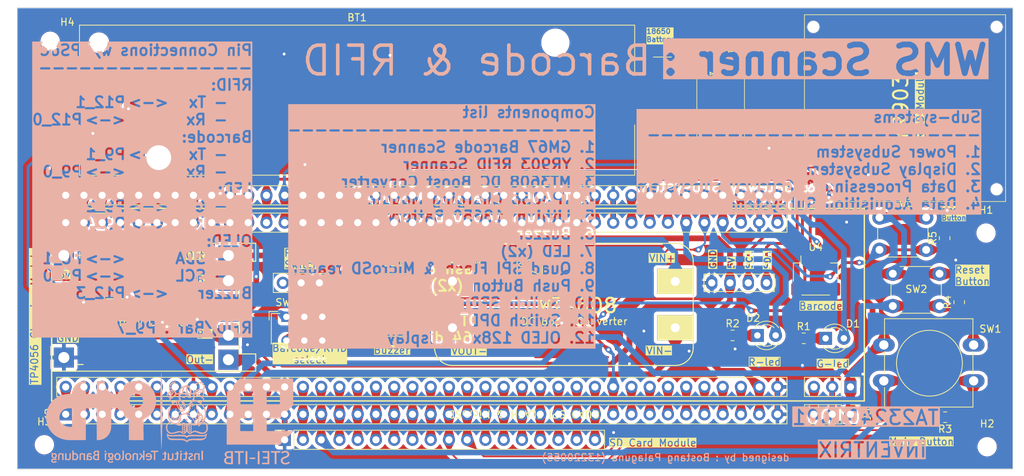
<source format=kicad_pcb>
(kicad_pcb (version 20221018) (generator pcbnew)
  (layers (0 "F.Cu" signal) (31 "B.Cu" signal) (34 "B.Paste" user) (35 "F.Paste" user) (36 "B.SilkS" user "B.Silkscreen") (37 "F.SilkS" user "F.Silkscreen") (38 "B.Mask" user) (39 "F.Mask" user) (44 "Edge.Cuts" user))
  (net 0 "")
  (net 1 "GND")
  (net 2 "+5V")
  (net 3 "P6_0")
  (net 4 "P6_1")
  (net 5 "P12_3")
  (net 6 "Net-(D1-K)")
  (net 7 "P9_2")
  (net 8 "Net-(D2-K)")
  (net 9 "P9_4")
  (net 10 "P5_0")
  (net 11 "P5_1")
  (net 12 "P5_2")
  (net 13 "P5_3")
  (net 14 "P5_4")
  (net 15 "P5_5")
  (net 16 "P5_6")
  (net 17 "P5_7")
  (net 18 "VTARG")
  (net 19 "VDD_USB")
  (net 20 "P6_2")
  (net 21 "P6_4")
  (net 22 "P6_5")
  (net 23 "P6_VDD")
  (net 24 "P9_0")
  (net 25 "P9_5")
  (net 26 "P9_3")
  (net 27 "P8_5")
  (net 28 "P8_2")
  (net 29 "P1_0")
  (net 30 "P6_3")
  (net 31 "P8_1")
  (net 32 "P8_6")
  (net 33 "P8_4")
  (net 34 "P8_3")
  (net 35 "P8_7")
  (net 36 "P8_0")
  (net 37 "P9_1")
  (net 38 "P9_7")
  (net 39 "P9_6")
  (net 40 "VBACKUP")
  (net 41 "VREF")
  (net 42 "B.TX")
  (net 43 "B.RTS")
  (net 44 "B.CTS")
  (net 45 "B.RX")
  (net 46 "P6_6")
  (net 47 "P6_7")
  (net 48 "XRES")
  (net 49 "P0_4")
  (net 50 "P13_6")
  (net 51 "P13_7")
  (net 52 "P13_5")
  (net 53 "P13_4")
  (net 54 "P13_0")
  (net 55 "P13_3")
  (net 56 "P13_2")
  (net 57 "P13_1")
  (net 58 "VDDIO_0")
  (net 59 "P12_4")
  (net 60 "P12_1")
  (net 61 "P12_0")
  (net 62 "P12_5")
  (net 63 "P11_6")
  (net 64 "P11_5")
  (net 65 "P11_7")
  (net 66 "P11_2")
  (net 67 "P11_3")
  (net 68 "P11_4")
  (net 69 "P0_5")
  (net 70 "P10_5")
  (net 71 "P10_1")
  (net 72 "P10_2")
  (net 73 "P10_4")
  (net 74 "P10_3")
  (net 75 "P10_0")
  (net 76 "+3V3")
  (net 77 "/Subsistem Power/BAT+")
  (net 78 "/Subsistem Power/BAT-")
  (net 79 "/POWER_RFID")
  (net 80 "/POWER_BARCODE")
  (net 81 "/Subsistem Power/PWR_SWITCH_OUT")
  (net 82 "/Subsistem Power/TP4056_OUT+")
  (net 94 "+5VA")
  (net 95 "/Subsistem Power/TP4056_OUT-")
  (footprint "Button_Switch_THT:SW_CuK_JS202011AQN_DPDT_Angled" (layer "F.Cu") (at 105.8964 94.8964)
    (fp_text reference "SW5")
    (fp_text value "SW_Push_DPDT")
  )
  (footprint "Resistor_SMD:R_0805_2012Metric" (layer "F.Cu") (at 177.9035 97.8916)
    (fp_text reference "R1")
    (fp_text value "150")
  )
  (footprint "Button_Switch_THT:SW_PUSH_6mm_H9.5mm" (layer "F.Cu") (at 190.2992 88.8958)
    (fp_text reference "SW2")
    (fp_text value "SW_Push_Open")
  )
  (footprint "WMS_components:MT3608_module_v2" (layer "F.Cu") (at 146.02 93.166)
    (fp_text reference "U3" hide)
    (fp_text value "~")
  )
  (footprint "Buzzer_Beeper:PUIAudio_SMT_0825_S_4_R" (layer "F.Cu") (at 120.65 93.2434)
    (fp_text reference "BZ1")
    (fp_text value "Buzzer")
  )
  (footprint "Resistor_SMD:R_0805_2012Metric" (layer "F.Cu") (at 197.5847 108.8644 180)
    (fp_text reference "R3")
    (fp_text value "10k")
  )
  (footprint "Battery:BatteryHolder_Keystone_1042_1x18650" (layer "F.Cu") (at 115.737 64.7446)
    (fp_text reference "BT1")
    (fp_text value "Battery")
  )
  (footprint "Resistor_SMD:R_0805_2012Metric" (layer "F.Cu") (at 167.9975 97.4852)
    (fp_text reference "R2")
    (fp_text value "150")
  )
  (footprint "MountingHole:MountingHole_2.2mm_M2" (layer "F.Cu") (at 203.2762 83.2358)
    (fp_text reference "H1")
    (fp_text value "MountingHole")
  )
  (footprint "Connector_PinHeader_2.54mm:PinHeader_1x40_P2.54mm_Vertical" (layer "F.Cu") (at 75.184 108.458 90)
    (fp_text reference "J2")
    (fp_text value "Conn_01x40_Socket")
  )
  (footprint "Connector_PinHeader_2.54mm:PinHeader_1x03_P2.54mm_Vertical" (layer "F.Cu") (at 110.49 90.17 -90)
    (fp_text reference "SW4")
    (fp_text value "SW_SPDT")
  )
  (footprint "WMS_components:YR903_RFID_Scanner_FPC" (layer "F.Cu") (at 184.15 66.04 90)
    (fp_text reference "U1" hide)
    (fp_text value "~")
    (fp_circle (center -11.1074 -4.9022) (end -10.2574 -4.9022) (stroke (width 0.05)) (fill none) (layer "Edge.Cuts"))
    (fp_circle (center -11.1074 20.5978) (end -10.2574 20.5978) (stroke (width 0.05)) (fill none) (layer "Edge.Cuts"))
    (fp_circle (center 11.4926 -4.9022) (end 12.3426 -4.9022) (stroke (width 0.05)) (fill none) (layer "Edge.Cuts"))
    (fp_circle (center 11.4926 20.5978) (end 12.3426 20.5978) (stroke (width 0.05)) (fill none) (layer "Edge.Cuts"))
  )
  (footprint "WMS_components:128x64OLED_v2" (layer "F.Cu") (at 168.9862 91.1352)
    (fp_text reference "Brd1" hide)
    (fp_text value "SSD1306")
  )
  (footprint "Connector_PinHeader_2.54mm:PinHeader_1x03_P2.54mm_Vertical" (layer "F.Cu") (at 184.404 108.458 -90)
    (fp_text reference "J3")
    (fp_text value "Conn_01x03_Socket")
  )
  (footprint "MountingHole:MountingHole_2.2mm_M2" (layer "F.Cu") (at 73.025 56.5404)
    (fp_text reference "H4")
    (fp_text value "MountingHole")
  )
  (footprint "MountingHole:MountingHole_2.2mm_M2" (layer "F.Cu") (at 203.4286 112.9792)
    (fp_text reference "H2")
    (fp_text value "MountingHole")
  )
  (footprint "Button_Switch_THT:SW_PUSH_6mm_H9.5mm" (layer "F.Cu") (at 188.445 81.0726)
    (fp_text reference "SW3")
    (fp_text value "SW_Push_Open")
  )
  (footprint "Connector_JST:JST_SH_SM04B-SRSS-TB_1x04-1MP_P1.00mm_Horizontal" (layer "F.Cu") (at 179.572 89.184)
    (fp_text reference "U4")
    (fp_text value "~")
  )
  (footprint "Resistor_SMD:R_0805_2012Metric" (layer "F.Cu") (at 199.5424 92.8605 90)
    (fp_text reference "R4")
    (fp_text value "10k")
  )
  (footprint "Resistor_SMD:R_0805_2012Metric" (layer "F.Cu") (at 197.5104 83.9489 90)
    (fp_text reference "R5")
    (fp_text value "10k")
  )
  (footprint "WMS_components:CY8CPROTO-062-4343W_v3" (layer "F.Cu") (at 124.74 92.329 90)
    (fp_text reference "U6" hide)
    (fp_text value "~")
  )
  (footprint "LED_THT:LED_D3.0mm" (layer "F.Cu") (at 180.9446 97.8916)
    (fp_text reference "D1")
    (fp_text value "LED")
  )
  (footprint "MountingHole:MountingHole_2.2mm_M2" (layer "F.Cu") (at 72.2122 112.6998)
    (fp_text reference "H3")
    (fp_text value "MountingHole")
  )
  (footprint "LED_THT:LED_D3.0mm" (layer "F.Cu") (at 171.45 97.4852)
    (fp_text reference "D2")
    (fp_text value "LED")
  )
  (footprint "Button_Switch_THT:SW_PUSH-12mm" (layer "F.Cu") (at 189.049 98.8098)
    (fp_text reference "SW1")
    (fp_text value "SW_Push_Open")
  )
  (footprint "WMS_components:Quad_SPI_flash_microSD_v2" (layer "F.Cu") (at 105.664 112.014 90)
    (fp_text reference "U5" hide)
    (fp_text value "~")
  )
  (footprint "WMS_components:TP4056-18650_v2" (layer "F.Cu") (at 73.23 84.66)
    (fp_text reference "U2" hide)
    (fp_text value "~")
  )
  (footprint "Connector_PinHeader_2.54mm:PinHeader_1x40_P2.54mm_Vertical" (layer "F.Cu") (at 75.184 77.978 90)
    (fp_text reference "J1")
    (fp_text value "Conn_01x40_Socket")
  )
  (footprint "img:stei-itb" (layer "B.Cu") (at 102.0572 109.474 180)
    (fp_text reference "G***" hide)
    (fp_text value "LOGO" hide)
  )
  (footprint "img:itb" (layer "B.Cu") (at 83.72588 108.868234 180)
    (fp_text reference "G***" hide)
    (fp_text value "LOGO" hide)
  )
  (gr_rect (start 68.453 51.8922) (end 207.01 116.078) (stroke (width 0.1)) (fill none) (layer "Edge.Cuts"))
  (gr_text "designed by : Bostang Palaguna (13220055)" (at 175.9966 115.062) (layer "B.SilkS") (effects (font (size 1 1)) (justify left bottom mirror)))
  (gr_text "Sub-systems\n-------------------------\n1. Power Subsystem\n2. Display Subsystem\n3. Data Processing & Gateway Subsystem\n4. Data Acquisition Subsystem" (at 202.7174 80.0608) (layer "B.SilkS" knockout) (effects (font (size 1.5 1.5) (thickness 0.3)) (justify left bottom mirror)))
  (gr_text "Barcode & RFID" (at 156.9974 61.595) (layer "B.SilkS") (effects (font (size 4 4) (thickness 0.5)) (justify left bottom mirror)))
  (gr_text "WMS Scanner :" (at 203.8858 61.5188) (layer "B.SilkS" knockout) (effects (font (size 4 4) (thickness 0.8) bold) (justify left bottom mirror)))
  (gr_text "Components list\n-----------------------\n1. GM67 Barcode Scanner\n2. YR903 RFID Scanner\n3. MT3608 DC Boost Converter\n4. TP4056 Charging Module\n5. Lithium 18650 Battery\n6. Buzzer\n7. LED (x2)\n8. Quad SPI Flash & MicroSD reader\n9. Push Button (x2)\n10. Switch SPDT\n11. Switch DPDT\n12. OLED 128x64 display" (at 149.0218 98.7044) (layer "B.SilkS" knockout) (effects (font (size 1.5 1.5) (thickness 0.3)) (justify left bottom mirror)))
  (gr_text "INVENTRIX" (at 195.199 114.6048) (layer "B.SilkS" knockout) (effects (font (size 2 2) (thickness 0.3)) (justify left bottom mirror)))
  (gr_text "Pin Connections w/ PSoC\n----------------\nRFID:\n   - Tx	<->	P12_1\n   - Rx 	<->	P12_0\nBarcode:\n   - Tx	<->	P9_1\n   - Rx 	<->	P9_0\nLED:\n   - G	<->	P9_2\n   - R	<->	P9_4\nOLED:\n   - SDA	<->	P6_1\n   - SCL	<->	P6_0\nBuzzer	<->	P12_3\n\nRFID/Bar : P9_7" (at 101.3206 97.3074) (layer "B.SilkS" knockout) (effects (font (size 1.5 1.5) (thickness 0.3)) (justify left bottom mirror)))
  (gr_text "TA232401001" (at 196.8754 110.0836) (layer "B.SilkS" knockout) (effects (font (size 2 2) (thickness 0.3)) (justify left bottom mirror)))
  (gr_text "R-led" (at 170.1038 101.7778) (layer "F.SilkS" knockout) (effects (font (size 1 1)) (justify left bottom)))
  (gr_text "Barcode/RFID\nselect" (at 109.1438 101.4476) (layer "F.SilkS" knockout) (effects (font (size 1 1)) (justify bottom)))
  (gr_text "SD Card Module" (at 150.7236 113.03) (layer "F.SilkS" knockout) (effects (font (size 1 1)) (justify left bottom)))
  (gr_text "RFID Module" (at 194.691 70.2818 90) (layer "F.SilkS" knockout) (effects (font (size 1 1)) (justify left bottom)))
  (gr_text "18650\nBattery" (at 155.9306 56.6928) (layer "F.SilkS" knockout) (effects (font (size 0.7 0.7)) (justify left bottom)))
  (gr_text "Buzzer" (at 117.9576 100.1268) (layer "F.SilkS" knockout) (effects (font (size 1 1)) (justify left bottom)))
  (gr_text "TP4056 Charging Module" (at 71.4248 104.3686 90) (layer "F.SilkS" knockout) (effects (font (size 1 1)) (justify left bottom)))
  (gr_text "Reset\nButton" (at 198.8566 90.551) (layer "F.SilkS" knockout) (effects (font (size 1 1)) (justify left bottom)))
  (gr_text "mode\nButton" (at 197.0024 81.534) (layer "F.SilkS" knockout) (effects (font (size 0.7 0.7)) (justify left bottom)))
  (gr_text "Power\nSwitch" (at 105.5116 88.2142) (layer "F.SilkS" knockout) (effects (font (size 1 1)) (justify left bottom)))
  (gr_text "Barcode" (at 177.165 93.98) (layer "F.SilkS" knockout) (effects (font (size 1 1)) (justify left bottom)))
  (gr_text "Main Button" (at 189.6618 112.8522) (layer "F.SilkS" knockout) (effects (font (size 1 1)) (justify left bottom)))
  (gr_text "G-led" (at 179.6034 102.0318) (layer "F.SilkS" knockout) (effects (font (size 1 1)) (justify left bottom)))
  (segment (start 171.704 77.978) (end 171.704 81.788) (width 0.8) (layer "F.Cu") (net 1))
  (segment (start 118.364 77.978) (end 118.364 81.788) (width 0.8) (layer "F.Cu") (net 1))
  (segment (start 165.1762 64.262) (end 164.8916 64.5466) (width 0.25) (layer "F.Cu") (net 1))
  (segment (start 164.0586 66.5466) (end 164.0586 67.0466) (width 0.25) (layer "F.Cu") (net 1))
  (segment (start 165.0238 66.548) (end 164.06 66.548) (width 0.25) (layer "F.Cu") (net 1))
  (segment (start 164.0586 62.0466) (end 164.0586 62.5466) (width 0.25) (layer "F.Cu") (net 1))
  (segment (start 164.0586 65.0466) (end 164.8686 65.0466) (width 0.25) (layer "F.Cu") (net 1))
  (segment (start 98.044 77.978) (end 98.044 81.788) (width 0.8) (layer "F.Cu") (net 1))
  (segment (start 105.664 108.458) (end 105.664 112.014) (width 0.8) (layer "F.Cu") (net 1))
  (segment (start 164.8686 65.0466) (end 165.2016 65.3796) (width 0.25) (layer "F.Cu") (net 1))
  (segment (start 174.244 104.648) (end 174.244 108.458) (width 0.8) (layer "F.Cu") (net 1))
  (segment (start 164.8916 64.5466) (end 164.0586 64.5466) (width 0.25) (layer "F.Cu") (net 1))
  (segment (start 181.864 104.648) (end 181.864 108.458) (width 0.8) (layer "F.Cu") (net 1))
  (segment (start 165.2016 66.3702) (end 165.0238 66.548) (width 0.25) (layer "F.Cu") (net 1))
  (segment (start 164.06 66.548) (end 164.0586 66.5466) (width 0.25) (layer "F.Cu") (net 1))
  (segment (start 164.0586 64.5466) (end 164.0586 65.0466) (width 0.25) (layer "F.Cu") (net 1))
  (segment (start 151.384 77.978) (end 151.384 81.788) (width 0.8) (layer "F.Cu") (net 1))
  (segment (start 165.2016 65.3796) (end 165.2016 66.3702) (width 0.25) (layer "F.Cu") (net 1))
  (segment (start 165.1762 62.865) (end 165.1762 64.262) (width 0.25) (layer "F.Cu") (net 1))
  (segment (start 164.8578 62.5466) (end 165.1762 62.865) (width 0.25) (layer "F.Cu") (net 1))
  (segment (start 164.0586 62.5466) (end 164.8578 62.5466) (width 0.25) (layer "F.Cu") (net 1))
  (segment (start 92.964 104.648) (end 92.964 108.458) (width 0.8) (layer "F.Cu") (net 1))
  (segment (start 105.664 104.648) (end 105.664 108.458) (width 0.8) (layer "F.Cu") (net 1))
  (via (at 171.6024 101.6254) (size 0.8) (drill 0.4) (layers "F.Cu" "B.Cu") (net 1))
  (via (at 199.0598 86.995) (size 0.8) (drill 0.4) (layers "F.Cu" "B.Cu") (net 1))
  (via (at 151.4348 110.998) (size 0.8) (drill 0.4) (layers "F.Cu" "B.Cu") (net 1))
  (via (at 186.8932 75.1078) (size 0.8) (drill 0.4) (layers "F.Cu" "B.Cu") (net 1))
  (via (at 100.4824 98.7806) (size 0.8) (drill 0.4) (layers "F.Cu" "B.Cu") (net 1))
  (via (at 120.3198 58.4962) (size 0.8) (drill 0.4) (layers "F.Cu" "B.Cu") (net 1))
  (via (at 93.4974 95.25) (size 0.8) (drill 0.4) (layers "F.Cu" "B.Cu") (net 1))
  (via (at 186.1312 102.87) (size 0.8) (drill 0.4) (layers "F.Cu" "B.Cu") (net 1))
  (via (at 179.0192 78.9686) (size 0.8) (drill 0.4) (layers "F.Cu" "B.Cu") (net 1))
  (via (at 77.6732 92.8624) (size 0.8) (drill 0.4) (layers "F.Cu" "B.Cu") (net 1))
  (via (at 161.9504 99.6696) (size 0.8) (drill 0.4) (layers "F.Cu" "B.Cu") (net 1))
  (via (at 168.3512 99.3648) (size 0.8) (drill 0.4) (layers "F.Cu" "B.Cu") (net 1))
  (via (at 197.866 80.0862) (size 0.8) (drill 0.4) (layers "F.Cu" "B.Cu") (net 1))
  (via (at 105.5878 58.3184) (size 0.8) (drill 0.4) (layers "F.Cu" "B.Cu") (net 1))
  (via (at 173.0756 71.4248) (size 0.8) (drill 0.4) (layers "F.Cu" "B.Cu") (net 1))
  (via (at 177.7238 101.6508) (size 0.8) (drill 0.4) (layers "F.Cu" "B.Cu") (net 1))
  (via (at 183.8706 81.7118) (size 0.8) (drill 0.4) (layers "F.Cu" "B.Cu") (net 1))
  (via (at 155.6512 96.8756) (size 0.8) (drill 0.4) (layers "F.Cu" "B.Cu") (net 1))
  (via (at 153.6446 101.4222) (size 0.8) (drill 0.4) (layers "F.Cu" "B.Cu") (net 1))
  (segment (start 167.64 85.6488) (end 167.64 90.17) (width 0.8) (layer "F.Cu") (net 2))
  (segment (start 188.445 81.0726) (end 194.945 81.0726) (width 0.8) (layer "F.Cu") (net 2))
  (segment (start 190.2992 88.8958) (end 196.7992 88.8958) (width 0.8) (layer "F.Cu") (net 2))
  (segment (start 188.2356 98.8098) (end 189.049 98.8098) (width 0.8) (layer "F.Cu") (net 2))
  (segment (start 108.3964 94.8964) (end 108.3964 93.686) (width 0.8) (layer "F.Cu") (net 2))
  (segment (start 189.1284 98.7304) (end 189.1284 96.3168) (width 0.8) (layer "F.Cu") (net 2))
  (segment (start 114.2746 91.821) (end 114.2746 88.2904) (width 0.8) (layer "F.Cu") (net 2))
  (segment (start 187.6086 88.8958) (end 190.2992 88.8958) (width 0.8) (layer "F.Cu") (net 2))
  (segment (start 184.404 102.6414) (end 188.2356 98.8098) (width 0.8) (layer "F.Cu") (net 2))
  (segment (start 187.4774 94.6658) (end 187.4774 93.4466) (width 0.8) (layer "F.Cu") (net 2))
  (segment (start 184.404 104.648) (end 184.404 102.6414) (width 0.8) (layer "F.Cu") (net 2))
  (segment (start 128.1684 86.5632) (end 129.02 87.4148) (width 0.8) (layer "F.Cu") (net 2))
  (segment (start 200.4526 88.8958) (end 201.5236 89.9668) (width 0.8) (layer "F.Cu") (net 2))
  (segment (start 129.02 89.916) (end 134.9636 83.9724) (width 0.8) (layer "F.Cu") (net 2))
  (segment (start 134.9636 83.9724) (end 165.9636 83.9724) (width 0.8) (layer "F.Cu") (net 2))
  (segment (start 116.0018 86.5632) (end 128.1684 86.5632) (width 0.8) (layer "F.Cu") (net 2))
  (segment (start 166.5986 100.5586) (end 165.1 99.06) (width 0.8) (layer "F.Cu") (net 2))
  (segment (start 108.3964 94.8964) (end 108.3964 95.6964) (width 0.8) (layer "F.Cu") (net 2))
  (segment (start 109.1184 92.964) (end 113.1316 92.964) (width 0.8) (layer "F.Cu") (net 2))
  (segment (start 184.404 104.648) (end 184.404 103.251) (width 0.8) (layer "F.Cu") (net 2))
  (segment (start 114.2746 88.2904) (end 116.0018 86.5632) (width 0.8) (layer "F.Cu") (net 2))
  (segment (start 167.64 92.71) (end 167.64 90.17) (width 0.8) (layer "F.Cu") (net 2))
  (segment (start 187.4774 93.4466) (end 186.2836 92.2528) (width 0.8) (layer "F.Cu") (net 2))
  (segment (start 196.7992 88.8958) (end 200.4526 88.8958) (width 0.8) (layer "F.Cu") (net 2))
  (segment (start 108.3964 95.6964) (end 105.8964 98.1964) (width 0.8) (layer "F.Cu") (net 2))
  (segment (start 165.9636 83.9724) (end 167.64 85.6488) (width 0.8) (layer "F.Cu") (net 2))
  (segment (start 129.02 87.4148) (end 129.02 89.916) (width 0.8) (layer "F.Cu") (net 2))
  (segment (start 201.5236 98.7844) (end 201.549 98.8098) (width 0.8) (layer "F.Cu") (net 2))
  (segment (start 108.3964 93.686) (end 109.1184 92.964) (width 0.8) (layer "F.Cu") (net 2))
  (segment (start 184.404 104.648) (end 184.404 108.458) (width 0.8) (layer "F.Cu") (net 2))
  (segment (start 113.1316 92.964) (end 114.2746 91.821) (width 0.8) (layer "F.Cu") (net 2))
  (segment (start 189.049 98.8098) (end 189.1284 98.7304) (width 0.8) (layer "F.Cu") (net 2))
  (segment (start 186.2836 92.2528) (end 186.2836 90.2208) (width 0.8) (layer "F.Cu") (net 2))
  (segment (start 189.1284 96.3168) (end 187.4774 94.6658) (width 0.8) (layer "F.Cu") (net 2))
  (segment (start 201.5236 89.9668) (end 201.5236 98.7844) (width 0.8) (layer "F.Cu") (net 2))
  (segment (start 186.2836 90.2208) (end 187.6086 88.8958) (width 0.8) (layer "F.Cu") (net 2))
  (segment (start 181.7116 100.5586) (end 166.5986 100.5586) (width 0.8) (layer "F.Cu") (net 2))
  (segment (start 165.1 99.06) (end 165.1 95.25) (width 0.8) (layer "F.Cu") (net 2))
  (segment (start 184.404 103.251) (end 181.7116 100.5586) (width 0.8) (layer "F.Cu") (net 2))
  (segment (start 165.1 95.25) (end 167.64 92.71) (width 0.8) (layer "F.Cu") (net 2))
  (segment (start 191.8716 87.3234) (end 190.2992 88.8958) (width 0.8) (layer "B.Cu") (net 2))
  (segment (start 188.445 81.0726) (end 189.9878 81.0726) (width 0.8) (layer "B.Cu") (net 2))
  (segment (start 191.8716 82.9564) (end 191.8716 87.3234) (width 0.8) (layer "B.Cu") (net 2))
  (segment (start 189.9878 81.0726) (end 191.8716 82.9564) (width 0.8) (layer "B.Cu") (net 2))
  (segment (start 103.3526 75.7428) (end 103.124 75.9714) (width 0.4) (layer "F.Cu") (net 3))
  (segment (start 170.18 85.9028) (end 172.3644 83.7184) (width 0.4) (layer "F.Cu") (net 3))
  (segment (start 176.9872 83.0326) (end 176.9872 76.7334) (width 0.4) (layer "F.Cu") (net 3))
  (segment (start 175.9966 75.7428) (end 103.3526 75.7428) (width 0.4) (layer "F.Cu") (net 3))
  (segment (start 170.18 90.17) (end 170.18 85.9028) (width 0.4) (layer "F.Cu") (net 3))
  (segment (start 176.3014 83.7184) (end 176.9872 83.0326) (width 0.4) (layer "F.Cu") (net 3))
  (segment (start 172.3644 83.7184) (end 176.3014 83.7184) (width 0.4) (layer "F.Cu") (net 3))
  (segment (start 103.124 75.9714) (end 103.124 77.978) (width 0.4) (layer "F.Cu") (net 3))
  (segment (start 176.9872 76.7334) (end 175.9966 75.7428) (width 0.4) (layer "F.Cu") (net 3))
  (segment (start 103.124 77.978) (end 103.124 81.788) (width 0.8) (layer "F.Cu") (net 3))
  (segment (start 173.2534 84.6836) (end 176.5046 84.6836) (width 0.4) (layer "F.Cu") (net 4))
  (segment (start 172.72 85.217) (end 173.2534 84.6836) (width 0.4) (layer "F.Cu") (net 4))
  (segment (start 109.8042 75.0316) (end 108.4834 73.7108) (width 0.4) (layer "F.Cu") (net 4))
  (segment (start 177.7238 83.4644) (end 177.7238 76.3016) (width 0.4) (layer "F.Cu") (net 4))
  (segment (start 105.664 77.978) (end 105.664 81.788) (width 0.8) (layer "F.Cu") (net 4))
  (segment (start 177.7238 76.3016) (end 176.4538 75.0316) (width 0.4) (layer "F.Cu") (net 4))
  (segment (start 172.72 90.17) (end 172.72 85.217) (width 0.4) (layer "F.Cu") (net 4))
  (segment (start 176.5046 84.6836) (end 177.7238 83.4644) (width 0.4) (layer "F.Cu") (net 4))
  (segment (start 176.4538 75.0316) (end 109.8042 75.0316) (width 0.4) (layer "F.Cu") (net 4))
  (via (at 108.4834 73.7108) (size 0.8) (drill 0.4) (layers "F.Cu" "B.Cu") (net 4))
  (segment (start 105.6132 74.93) (end 105.6132 77.9272) (width 0.4) (layer "B.Cu") (net 4))
  (segment (start 108.4834 73.7108) (end 106.8324 73.7108) (width 0.4) (layer "B.Cu") (net 4))
  (segment (start 106.8324 73.7108) (end 105.6132 74.93) (width 0.4) (layer "B.Cu") (net 4))
  (segment (start 105.6132 77.9272) (end 105.664 77.978) (width 0.4) (layer "B.Cu") (net 4))
  (segment (start 144.3736 93.1926) (end 120.5992 93.1926) (width 0.4) (layer "F.Cu") (net 5))
  (segment (start 120.5992 93.1926) (end 117.15 89.7434) (width 0.4) (layer "F.Cu") (net 5))
  (segment (start 151.384 104.648) (end 151.384 108.458) (width 0.8) (layer "F.Cu") (net 5))
  (segment (start 150.6474 99.4664) (end 144.3736 93.1926) (width 0.4) (layer "F.Cu") (net 5))
  (segment (start 150.7236 99.4664) (end 150.6474 99.4664) (width 0.4) (layer "F.Cu") (net 5))
  (via (at 150.7236 99.4664) (size 0.8) (drill 0.4) (layers "F.Cu" "B.Cu") (net 5))
  (segment (start 151.4094 100.1522) (end 151.4094 104.6226) (width 0.4) (layer "B.Cu") (net 5))
  (segment (start 150.7236 99.4664) (end 151.4094 100.1522) (width 0.4) (layer "B.Cu") (net 5))
  (segment (start 151.4094 104.6226) (end 151.384 104.648) (width 0.4) (layer "B.Cu") (net 5))
  (segment (start 178.816 97.8916) (end 180.9446 97.8916) (width 0.8) (layer "F.Cu") (net 6))
  (segment (start 156.464 77.978) (end 156.464 81.788) (width 0.8) (layer "F.Cu") (net 7))
  (segment (start 158.6484 75.0316) (end 175.5648 75.0316) (width 0.8) (layer "B.Cu") (net 7))
  (segment (start 156.464 77.978) (end 156.464 77.216) (width 0.8) (layer "B.Cu") (net 7))
  (segment (start 180.086 82.0928) (end 183.4846 85.4914) (width 0.8) (layer "B.Cu") (net 7))
  (segment (start 156.464 77.216) (end 158.6484 75.0316) (width 0.8) (layer "B.Cu") (net 7))
  (segment (start 177.5206 76.9874) (end 177.5206 80.5688) (width 0.8) (layer "B.Cu") (net 7))
  (segment (start 183.4846 85.4914) (end 183.4846 97.8916) (width 0.8) (layer "B.Cu") (net 7))
  (segment (start 175.5648 75.0316) (end 177.5206 76.9874) (width 0.8) (layer "B.Cu") (net 7))
  (segment (start 177.5206 80.5688) (end 179.0446 82.0928) (width 0.8) (layer "B.Cu") (net 7))
  (segment (start 179.0446 82.0928) (end 180.086 82.0928) (width 0.8) (layer "B.Cu") (net 7))
  (segment (start 168.91 97.4852) (end 171.45 97.4852) (width 0.8) (layer "F.Cu") (net 8))
  (segment (start 161.544 77.978) (end 161.544 81.788) (width 0.8) (layer "F.Cu") (net 9))
  (segment (start 175.4124 89.027) (end 173.2534 86.868) (width 0.8) (layer "B.Cu") (net 9))
  (segment (start 175.4124 91.9226) (end 175.4124 89.027) (width 0.8) (layer "B.Cu") (net 9))
  (segment (start 173.99 97.4852) (end 173.99 93.345) (width 0.8) (layer "B.Cu") (net 9))
  (segment (start 162.4584 86.868) (end 161.544 85.9536) (width 0.8) (layer "B.Cu") (net 9))
  (segment (start 161.544 85.9536) (end 161.544 81.788) (width 0.8) (layer "B.Cu") (net 9))
  (segment (start 173.2534 86.868) (end 162.4584 86.868) (width 0.8) (layer "B.Cu") (net 9))
  (segment (start 173.99 93.345) (end 175.4124 91.9226) (width 0.8) (layer "B.Cu") (net 9))
  (segment (start 75.184 77.978) (end 75.184 81.788) (width 0.8) (layer "F.Cu") (net 10))
  (segment (start 77.724 77.978) (end 77.724 81.788) (width 0.8) (layer "F.Cu") (net 11))
  (segment (start 80.264 77.978) (end 80.264 81.788) (width 0.8) (layer "F.Cu") (net 12))
  (segment (start 82.804 77.978) (end 82.804 81.788) (width 0.8) (layer "F.Cu") (net 13))
  (segment (start 85.344 77.978) (end 85.344 81.788) (width 0.8) (layer "F.Cu") (net 14))
  (segment (start 87.884 77.978) (end 87.884 81.788) (width 0.8) (layer "F.Cu") (net 15))
  (segment (start 90.424 77.978) (end 90.424 81.788) (width 0.8) (layer "F.Cu") (net 16))
  (segment (start 92.964 77.978) (end 92.964 81.788) (width 0.8) (layer "F.Cu") (net 17))
  (segment (start 95.504 77.978) (end 95.504 81.788) (width 0.8) (layer "F.Cu") (net 18))
  (segment (start 163.0426 93.472) (end 156.1084 93.472) (width 0.8) (layer "F.Cu") (net 18))
  (segment (start 88.646 95.6564) (end 88.646 95.7326) (width 0.8) (layer "F.Cu") (net 18))
  (segment (start 100.7872 93.853) (end 101.6762 92.964) (width 0.8) (layer "F.Cu") (net 18))
  (segment (start 166.243 102.4128) (end 163.8046 99.9744) (width 0.8) (layer "F.Cu") (net 18))
  (segment (start 169.4688 102.4128) (end 166.243 102.4128) (width 0.8) (layer "F.Cu") (net 18))
  (segment (start 101.3206 95.9866) (end 99.187 93.853) (width 0.8) (layer "F.Cu") (net 18))
  (segment (start 101.6762 92.964) (end 101.7016 89.281) (width 0.8) (layer "F.Cu") (net 18))
  (segment (start 171.704 104.648) (end 171.704 108.458) (width 0.8) (layer "F.Cu") (net 18))
  (segment (start 153.6446 95.9358) (end 153.6446 98.9838) (width 0.8) (layer "F.Cu") (net 18))
  (segment (start 99.187 93.853) (end 90.5256 93.853) (width 0.8) (layer "F.Cu") (net 18))
  (segment (start 151.0792 101.5492) (end 105.41 101.5492) (width 0.8) (layer "F.Cu") (net 18))
  (segment (start 101.3206 97.4598) (end 101.3206 95.9866) (width 0.8) (layer "F.Cu") (net 18))
  (segment (start 105.41 101.5492) (end 101.3206 97.4598) (width 0.8) (layer "F.Cu") (net 18))
  (segment (start 95.504 104.648) (end 95.504 108.458) (width 0.8) (layer "F.Cu") (net 18))
  (segment (start 88.7222 95.6564) (end 88.646 95.6564) (width 0.8) (layer "F.Cu") (net 18))
  (segment (start 90.5256 93.853) (end 88.7222 95.6564) (width 0.8) (layer "F.Cu") (net 18))
  (segment (start 156.1084 93.472) (end 153.6446 95.9358) (width 0.8) (layer "F.Cu") (net 18))
  (segment (start 171.704 104.648) (end 169.4688 102.4128) (width 0.8) (layer "F.Cu") (net 18))
  (segment (start 88.646 95.7326) (end 88.7984 95.5802) (width 0.8) (layer "F.Cu") (net 18))
  (segment (start 163.8046 94.234) (end 163.0426 93.472) (width 0.8) (layer "F.Cu") (net 18))
  (segment (start 99.187 93.853) (end 100.7872 93.853) (width 0.8) (layer "F.Cu") (net 18))
  (segment (start 163.8046 99.9744) (end 163.8046 94.234) (width 0.8) (layer "F.Cu") (net 18))
  (segment (start 153.6446 98.9838) (end 151.0792 101.5492) (width 0.8) (layer "F.Cu") (net 18))
  (via (at 88.646 95.6564) (size 0.8) (drill 0.4) (layers "F.Cu" "B.Cu") (net 18))
  (via (at 101.7016 89.281) (size 0.8) (drill 0.4) (layers "F.Cu" "B.Cu") (net 18))
  (segment (start 101.7016 85.2678) (end 100.457 84.0232) (width 0.8) (layer "B.Cu") (net 18))
  (segment (start 100.457 84.0232) (end 97.7392 84.0232) (width 0.8) (layer "B.Cu") (net 18))
  (segment (start 88.646 95.6564) (end 88.646 97.79) (width 0.8) (layer "B.Cu") (net 18))
  (segment (start 101.7016 89.281) (end 101.7016 85.2678) (width 0.8) (layer "B.Cu") (net 18))
  (segment (start 97.7392 84.0232) (end 95.504 81.788) (width 0.8) (layer "B.Cu") (net 18))
  (segment (start 88.646 97.79) (end 95.504 104.648) (width 0.8) (layer "B.Cu") (net 18))
  (segment (start 100.584 77.978) (end 100.584 81.788) (width 0.8) (layer "F.Cu") (net 19))
  (segment (start 108.204 77.978) (end 108.204 81.788) (width 0.8) (layer "F.Cu") (net 20))
  (segment (start 110.744 77.978) (end 110.744 81.788) (width 0.8) (layer "F.Cu") (net 21))
  (segment (start 113.284 77.978) (end 113.284 81.788) (width 0.8) (layer "F.Cu") (net 22))
  (segment (start 115.824 77.978) (end 115.824 81.788) (width 0.8) (layer "F.Cu") (net 23))
  (segment (start 178.808 80.8816) (end 181.4068 78.2828) (width 0.4) (layer "F.Cu") (net 24))
  (segment (start 120.904 77.978) (end 120.904 81.788) (width 0.8) (layer "F.Cu") (net 24))
  (segment (start 180.072 87.184) (end 180.072 86.0666) (width 0.4) (layer "F.Cu") (net 24))
  (segment (start 178.808 84.8026) (end 178.808 80.8816) (width 0.4) (layer "F.Cu") (net 24))
  (segment (start 180.072 86.0666) (end 178.808 84.8026) (width 0.4) (layer "F.Cu") (net 24))
  (via (at 181.4068 78.2828) (size 0.8) (drill 0.4) (layers "F.Cu" "B.Cu") (net 24))
  (segment (start 120.904 76.4032) (end 120.904 77.978) (width 0.4) (layer "B.Cu") (net 24))
  (segment (start 178.0032 73.7362) (end 123.571 73.7362) (width 0.4) (layer "B.Cu") (net 24))
  (segment (start 181.4068 77.1398) (end 178.0032 73.7362) (width 0.4) (layer "B.Cu") (net 24))
  (segment (start 181.4068 78.2828) (end 181.4068 77.1398) (width 0.4) (layer "B.Cu") (net 24))
  (segment (start 123.571 73.7362) (end 120.904 76.4032) (width 0.4) (layer "B.Cu") (net 24))
  (segment (start 123.444 77.978) (end 123.444 81.788) (width 0.8) (layer "F.Cu") (net 25))
  (segment (start 125.984 77.978) (end 125.984 81.788) (width 0.8) (layer "F.Cu") (net 26))
  (segment (start 128.524 77.978) (end 128.524 81.788) (width 0.8) (layer "F.Cu") (net 27))
  (segment (start 131.064 77.978) (end 131.064 81.788) (width 0.8) (layer "F.Cu") (net 28))
  (segment (start 133.604 77.978) (end 133.604 81.788) (width 0.8) (layer "F.Cu") (net 29))
  (segment (start 136.144 77.978) (end 136.144 81.788) (width 0.8) (layer "F.Cu") (net 30))
  (segment (start 138.684 77.978) (end 138.684 81.788) (width 0.8) (layer "F.Cu") (net 31))
  (segment (start 141.224 77.978) (end 141.224 81.788) (width 0.8) (layer "F.Cu") (net 32))
  (segment (start 143.764 77.978) (end 143.764 81.788) (width 0.8) (layer "F.Cu") (net 33))
  (segment (start 146.304 77.978) (end 146.304 81.788) (width 0.8) (layer "F.Cu") (net 34))
  (segment (start 148.844 77.978) (end 148.844 81.788) (width 0.8) (layer "F.Cu") (net 35))
  (segment (start 153.924 77.978) (end 153.924 81.788) (width 0.8) (layer "F.Cu") (net 36))
  (segment (start 181.072 85.7966) (end 181.072 87.184) (width 0.4) (layer "F.Cu") (net 37))
  (segment (start 179.705 84.4296) (end 181.072 85.7966) (width 0.4) (layer "F.Cu") (net 37))
  (segment (start 159.004 77.978) (end 159.004 81.788) (width 0.8) (layer "F.Cu") (net 37))
  (via (at 179.705 84.4296) (size 0.8) (drill 0.4) (layers "F.Cu" "B.Cu") (net 37))
  (segment (start 179.705 84.4296) (end 176.3776 81.1022) (width 0.4) (layer "B.Cu") (net 37))
  (segment (start 176.3776 77.1906) (end 175.641 76.454) (width 0.4) (layer "B.Cu") (net 37))
  (segment (start 176.3776 81.1022) (end 176.3776 77.1906) (width 0.4) (layer "B.Cu") (net 37))
  (segment (start 160.528 76.454) (end 159.004 77.978) (width 0.4) (layer "B.Cu") (net 37))
  (segment (start 175.641 76.454) (end 160.528 76.454) (width 0.4) (layer "B.Cu") (net 37))
  (segment (start 109.5756 100.3046) (end 139.6746 100.3046) (width 0.25) (layer "F.Cu") (net 38))
  (segment (start 158.9786 85.5472) (end 149.987 94.5388) (width 0.25) (layer "F.Cu") (net 38))
  (segment (start 164.084 77.978) (end 164.084 81.788) (width 0.8) (layer "F.Cu") (net 38))
  (segment (start 163.2458 85.5472) (end 158.9786 85.5472) (width 0.25) (layer "F.Cu") (net 38))
  (segment (start 139.6746 100.3046) (end 144.2212 95.758) (width 0.25) (layer "F.Cu") (net 38))
  (segment (start 108.3964 99.1254) (end 109.5756 100.3046) (width 0.25) (layer "F.Cu") (net 38))
  (segment (start 108.3964 98.1964) (end 108.3964 99.1254) (width 0.25) (layer "F.Cu") (net 38))
  (via (at 149.987 94.5388) (size 0.8) (drill 0.4) (layers "F.Cu" "B.Cu") (net 38))
  (via (at 163.2458 85.5472) (size 0.8) (drill 0.4) (layers "F.Cu" "B.Cu") (net 38))
  (via (at 144.2212 95.758) (size 0.8) (drill 0.4) (layers "F.Cu" "B.Cu") (net 38))
  (segment (start 163.2458 85.5472) (end 164.1602 84.6328) (width 0.25) (layer "B.Cu") (net 38))
  (segment (start 164.1602 84.6328) (end 164.1602 81.8642) (width 0.25) (layer "B.Cu") (net 38))
  (segment (start 164.1602 81.8642) (end 164.084 81.788) (width 0.25) (layer "B.Cu") (net 38))
  (segment (start 144.2212 95.758) (end 148.7678 95.758) (width 0.25) (layer "B.Cu") (net 38))
  (segment (start 148.7678 95.758) (end 149.987 94.5388) (width 0.25) (layer "B.Cu") (net 38))
  (segment (start 188.445 85.5726) (end 194.945 85.5726) (width 0.4) (layer "F.Cu") (net 39))
  (segment (start 183.515 87.3506) (end 185.6486 87.3506) (width 0.4) (layer "F.Cu") (net 39))
  (segment (start 196.7992 85.5726) (end 197.5104 84.8614) (width 0.4) (layer "F.Cu") (net 39))
  (segment (start 166.624 77.978) (end 166.624 81.788) (width 0.8) (layer "F.Cu") (net 39))
  (segment (start 181.5592 89.3064) (end 183.515 87.3506) (width 0.4) (layer "F.Cu") (net 39))
  (segment (start 194.945 85.5726) (end 196.7992 85.5726) (width 0.4) (layer "F.Cu") (net 39))
  (via (at 181.5592 89.3064) (size 0.8) (drill 0.4) (layers "F.Cu" "B.Cu") (net 39))
  (via (at 185.6486 87.3506) (size 0.8) (drill 0.4) (layers "F.Cu" "B.Cu") (net 39))
  (segment (start 188.445 85.5726) (end 186.667 87.3506) (width 0.4) (layer "B.Cu") (net 39))
  (segment (start 181.5592 89.3064) (end 181.483 89.2302) (width 0.4) (layer "B.Cu") (net 39))
  (segment (start 173.736 84.6328) (end 167.5892 84.6328) (width 0.4) (layer "B.Cu") (net 39))
  (segment (start 186.667 87.3506) (end 185.6486 87.3506) (width 0.4) (layer "B.Cu") (net 39))
  (segment (start 181.483 89.2302) (end 178.3334 89.2302) (width 0.4) (layer "B.Cu") (net 39))
  (segment (start 166.624 83.6676) (end 166.624 81.788) (width 0.4) (layer "B.Cu") (net 39))
  (segment (start 178.3334 89.2302) (end 173.736 84.6328) (width 0.4) (layer "B.Cu") (net 39))
  (segment (start 167.5892 84.6328) (end 166.624 83.6676) (width 0.4) (layer "B.Cu") (net 39))
  (segment (start 169.164 77.978) (end 169.164 81.788) (width 0.8) (layer "F.Cu") (net 40))
  (segment (start 174.244 77.978) (end 174.244 81.788) (width 0.8) (layer "F.Cu") (net 41))
  (segment (start 75.184 104.648) (end 75.184 108.458) (width 0.8) (layer "F.Cu") (net 42))
  (segment (start 77.724 104.648) (end 77.724 108.458) (width 0.8) (layer "F.Cu") (net 43))
  (segment (start 80.264 104.648) (end 80.264 108.458) (width 0.8) (layer "F.Cu") (net 44))
  (segment (start 82.804 104.648) (end 82.804 108.458) (width 0.8) (layer "F.Cu") (net 45))
  (segment (start 85.344 108.458) (end 85.344 104.648) (width 0.8) (layer "F.Cu") (net 46))
  (segment (start 87.884 104.648) (end 87.884 108.458) (width 0.8) (layer "F.Cu") (net 47))
  (segment (start 90.424 104.648) (end 90.424 108.458) (width 0.8) (layer "F.Cu") (net 48))
  (segment (start 98.044 104.648) (end 98.044 108.458) (width 0.8) (layer "F.Cu") (net 49))
  (segment (start 196.7992 93.3958) (end 190.2992 93.3958) (width 0.8) (layer "F.Cu") (net 50))
  (segment (start 197.1764 93.773) (end 196.7992 93.3958) (width 0.4) (layer "F.Cu") (net 50))
  (segment (start 199.5424 93.773) (end 197.1764 93.773) (width 0.4) (layer "F.Cu") (net 50))
  (segment (start 100.584 104.648) (end 100.584 108.458) (width 0.8) (layer "F.Cu") (net 50))
  (segment (start 182.6514 102.743) (end 157.1498 102.743) (width 0.8) (layer "B.Cu") (net 50))
  (segment (start 102.7176 101.3714) (end 100.584 103.505) (width 0.8) (layer "B.Cu") (net 50))
  (segment (start 190.2992 93.3958) (end 186.0202 93.3958) (width 0.8) (layer "B.Cu") (net 50))
  (segment (start 157.1498 102.743) (end 152.1206 97.7138) (width 0.8) (layer "B.Cu") (net 50))
  (segment (start 185.9026 93.5134) (end 185.9026 99.4918) (width 0.8) (layer "B.Cu") (net 50))
  (segment (start 145.1864 97.7138) (end 141.5288 101.3714) (width 0.8) (layer "B.Cu") (net 50))
  (segment (start 186.0202 93.3958) (end 185.9026 93.5134) (width 0.8) (layer "B.Cu") (net 50))
  (segment (start 185.9026 99.4918) (end 182.6514 102.743) (width 0.8) (layer "B.Cu") (net 50))
  (segment (start 100.584 103.505) (end 100.584 104.648) (width 0.8) (layer "B.Cu") (net 50))
  (segment (start 141.5288 101.3714) (end 102.7176 101.3714) (width 0.8) (layer "B.Cu") (net 50))
  (segment (start 152.1206 97.7138) (end 145.1864 97.7138) (width 0.8) (layer "B.Cu") (net 50))
  (segment (start 103.124 104.648) (end 103.124 108.458) (width 0.8) (layer "F.Cu") (net 51))
  (segment (start 108.204 104.648) (end 108.204 108.458) (width 0.8) (layer "F.Cu") (net 52))
  (segment (start 108.204 108.458) (end 108.204 112.014) (width 0.8) (layer "F.Cu") (net 52))
  (segment (start 110.744 108.458) (end 110.744 112.014) (width 0.8) (layer "F.Cu") (net 53))
  (segment (start 110.744 104.648) (end 110.744 108.458) (width 0.8) (layer "F.Cu") (net 53))
  (segment (start 198.4972 108.8644) (end 199.0852 108.8644) (width 0.8) (layer "F.Cu") (net 53))
  (segment (start 201.422 106.5276) (end 201.422 103.9368) (width 0.8) (layer "F.Cu") (net 53))
  (segment (start 201.549 103.8098) (end 189.049 103.8098) (width 0.8) (layer "F.Cu") (net 53))
  (segment (start 201.422 103.9368) (end 201.549 103.8098) (width 0.8) (layer "F.Cu") (net 53))
  (segment (start 199.0852 108.8644) (end 201.422 106.5276) (width 0.8) (layer "F.Cu") (net 53))
  (segment (start 152.9334 113.7666) (end 153.1112 113.5888) (width 0.8) (layer "B.Cu") (net 53))
  (segment (start 110.744 112.014) (end 112.4966 113.7666) (width 0.8) (layer "B.Cu") (net 53))
  (segment (start 112.4966 113.7666) (end 152.9334 113.7666) (width 0.8) (layer "B.Cu") (net 53))
  (segment (start 183.9214 113.5888) (end 189.049 108.4612) (width 0.8) (layer "B.Cu") (net 53))
  (segment (start 189.049 108.4612) (end 189.049 103.8098) (width 0.8) (layer "B.Cu") (net 53))
  (segment (start 153.1112 113.5888) (end 183.9214 113.5888) (width 0.8) (layer "B.Cu") (net 53))
  (segment (start 113.284 112.014) (end 113.284 108.458) (width 0.8) (layer "F.Cu") (net 54))
  (segment (start 113.284 108.458) (end 113.284 104.648) (width 0.8) (layer "F.Cu") (net 54))
  (segment (start 115.824 104.648) (end 115.824 108.458) (width 0.8) (layer "F.Cu") (net 55))
  (segment (start 115.824 108.458) (end 115.824 112.014) (width 0.8) (layer "F.Cu") (net 55))
  (segment (start 118.364 112.014) (end 118.364 108.458) (width 0.8) (layer "F.Cu") (net 56))
  (segment (start 118.364 108.458) (end 118.364 104.648) (width 0.8) (layer "F.Cu") (net 56))
  (segment (start 120.904 104.648) (end 120.904 108.458) (width 0.8) (layer "F.Cu") (net 57))
  (segment (start 120.904 108.458) (end 120.904 112.014) (width 0.8) (layer "F.Cu") (net 57))
  (segment (start 123.444 108.458) (end 123.444 104.648) (width 0.8) (layer "F.Cu") (net 58))
  (segment (start 123.444 112.014) (end 123.444 108.458) (width 0.8) (layer "F.Cu") (net 58))
  (segment (start 125.984 108.458) (end 125.984 112.014) (width 0.8) (layer "F.Cu") (net 59))
  (segment (start 125.984 104.648) (end 125.984 108.458) (width 0.8) (layer "F.Cu") (net 59))
  (segment (start 128.524 113.5888) (end 129.8956 114.9604) (width 0.25) (layer "F.Cu") (net 60))
  (segment (start 184.7436 69.0466) (end 164.0586 69.0466) (width 0.25) (layer "F.Cu") (net 60))
  (segment (start 150.5204 114.9604) (end 154.813 110.6678) (width 0.25) (layer "F.Cu") (net 60))
  (segment (start 154.813 110.6678) (end 200.4822 110.6678) (width 0.25) (layer "F.Cu") (net 60))
  (segment (start 128.524 112.014) (end 128.524 108.458) (width 0.8) (layer "F.Cu") (net 60))
  (segment (start 199.8726 77.6986) (end 198.5264 76.3524) (width 0.25) (layer "F.Cu") (net 60))
  (segment (start 204.6478 88.9508) (end 199.8726 84.1756) (width 0.25) (layer "F.Cu") (net 60))
  (segment (start 199.8726 84.1756) (end 199.8726 77.6986) (width 0.25) (layer "F.Cu") (net 60))
  (segment (start 129.8956 114.9604) (end 150.5204 114.9604) (width 0.25) (layer "F.Cu") (net 60))
  (segment (start 204.6478 106.5022) (end 204.6478 88.9508) (width 0.25) (layer "F.Cu") (net 60))
  (segment (start 128.524 108.458) (end 128.524 104.648) (width 0.8) (layer "F.Cu") (net 60))
  (segment (start 200.4822 110.6678) (end 204.6478 106.5022) (width 0.25) (layer "F.Cu") (net 60))
  (segment (start 192.0494 76.3524) (end 184.7436 69.0466) (width 0.25) (layer "F.Cu") (net 60))
  (segment (start 128.524 112.014) (end 128.524 113.5888) (width 0.25) (layer "F.Cu") (net 60))
  (segment (start 198.5264 76.3524) (end 192.0494 76.3524) (width 0.25) (layer "F.Cu") (net 60))
  (segment (start 199.0852 78.8924) (end 199.0852 85.0392) (width 0.25) (layer "F.Cu") (net 61))
  (segment (start 199.9234 110.0836) (end 154.305 110.0836) (width 0.25) (layer "F.Cu") (net 61))
  (segment (start 163.2458 74.1172) (end 179.6796 74.1172) (width 0.25) (layer "F.Cu") (net 61))
  (segment (start 164.0586 68.5466) (end 162.6188 68.5466) (width 0.25) (layer "F.Cu") (net 61))
  (segment (start 154.305 110.0836) (end 150.0632 114.3254) (width 0.25) (layer "F.Cu") (net 61))
  (segment (start 150.0632 114.3254) (end 133.3754 114.3254) (width 0.25) (layer "F.Cu") (net 61))
  (segment (start 133.3754 114.3254) (end 131.064 112.014) (width 0.25) (layer "F.Cu") (net 61))
  (segment (start 131.064 104.648) (end 131.064 108.458) (width 0.8) (layer "F.Cu") (net 61))
  (segment (start 131.064 108.458) (end 131.064 112.014) (width 0.8) (layer "F.Cu") (net 61))
  (segment (start 182.6514 77.089) (end 197.2818 77.089) (width 0.25) (layer "F.Cu") (net 61))
  (segment (start 162.179 73.0504) (end 163.2458 74.1172) (width 0.25) (layer "F.Cu") (net 61))
  (segment (start 203.6318 89.5858) (end 203.6318 106.3752) (width 0.25) (layer "F.Cu") (net 61))
  (segment (start 203.6318 106.3752) (end 199.9234 110.0836) (width 0.25) (layer "F.Cu") (net 61))
  (segment (start 162.179 68.9864) (end 162.179 73.0504) (width 0.25) (layer "F.Cu") (net 61))
  (segment (start 197.2818 77.089) (end 199.0852 78.8924) (width 0.25) (layer "F.Cu") (net 61))
  (segment (start 162.6188 68.5466) (end 162.179 68.9864) (width 0.25) (layer "F.Cu") (net 61))
  (segment (start 199.0852 85.0392) (end 203.6318 89.5858) (width 0.25) (layer "F.Cu") (net 61))
  (segment (start 179.6796 74.1172) (end 182.6514 77.089) (width 0.25) (layer "F.Cu") (net 61))
  (segment (start 133.604 108.458) (end 133.604 104.648) (width 0.8) (layer "F.Cu") (net 62))
  (segment (start 133.604 112.014) (end 133.604 108.458) (width 0.8) (layer "F.Cu") (net 62))
  (segment (start 136.144 108.458) (end 136.144 112.014) (width 0.8) (layer "F.Cu") (net 63))
  (segment (start 136.144 104.648) (end 136.144 108.458) (width 0.8) (layer "F.Cu") (net 63))
  (segment (start 138.684 108.458) (end 138.684 104.648) (width 0.8) (layer "F.Cu") (net 64))
  (segment (start 138.684 112.014) (end 138.684 108.458) (width 0.8) (layer "F.Cu") (net 64))
  (segment (start 141.224 104.648) (end 141.224 108.458) (width 0.8) (layer "F.Cu") (net 65))
  (segment (start 141.224 108.458) (end 141.224 112.014) (width 0.8) (layer "F.Cu") (net 65))
  (segment (start 143.764 108.458) (end 143.764 104.648) (width 0.8) (layer "F.Cu") (net 66))
  (segment (start 143.764 112.014) (end 143.764 108.458) (width 0.8) (layer "F.Cu") (net 66))
  (segment (start 146.304 108.458) (end 146.304 112.014) (width 0.8) (layer "F.Cu") (net 67))
  (segment (start 146.304 104.648) (end 146.304 108.458) (width 0.8) (layer "F.Cu") (net 67))
  (segment (start 148.844 112.014) (end 148.844 108.458) (width 0.8) (layer "F.Cu") (net 68))
  (segment (start 148.844 108.458) (end 148.844 104.648) (width 0.8) (layer "F.Cu") (net 68))
  (segment (start 153.924 108.458) (end 153.924 104.648) (width 0.8) (layer "F.Cu") (net 69))
  (segment (start 156.464 104.648) (end 156.464 108.458) (width 0.8) (layer "F.Cu") (net 70))
  (segment (start 159.004 104.648) (end 159.004 108.458) (width 0.8) (layer "F.Cu") (net 71))
  (segment (start 161.544 104.648) (end 161.544 108.458) (width 0.8) (layer "F.Cu") (net 72))
  (segment (start 164.084 104.648) (end 164.084 108.458) (width 0.8) (layer "F.Cu") (net 73))
  (segment (start 166.624 104.648) (end 166.624 108.458) (width 0.8) (layer "F.Cu") (net 74))
  (segment (start 169.164 104.648) (end 169.164 108.458) (width 0.8) (layer "F.Cu") (net 75))
  (segment (start 179.324 104.648) (end 179.324 108.458) (width 0.8) (layer "F.Cu") (net 76))
  (segment (start 97.2764 89.3064) (end 97.83 89.86) (width 1.2) (layer "F.Cu") (net 77))
  (segment (start 72.43 64.77) (end 72.009 65.191) (width 1.2) (layer "F.Cu") (net 77))
  (segment (start 72.009 65.191) (end 72.009 88.6714) (width 1.2) (layer "F.Cu") (net 77))
  (segment (start 72.644 89.3064) (end 97.2764 89.3064) (width 1.2) (layer "F.Cu") (net 77))
  (segment (start 72.009 88.6714) (end 72.644 89.3064) (width 1.2) (layer "F.Cu") (net 77))
  (segment (start 97.8044 97.4344) (end 97.83 97.46) (width 1.2) (layer "F.Cu") (net 78))
  (segment (start 104.3178 59.5376) (end 90.3732 59.5376) (width 1.2) (layer "F.Cu") (net 78))
  (segment (start 83.9216 65.9384) (end 83.9216 65.9892) (width 1.2) (layer "F.Cu") (net 78))
  (segment (start 87.376 97.4598) (end 87.4014 97.4344) (width 1.2) (layer "F.Cu") (net 78))
  (segment (start 83.9216 65.9892) (end 83.9978 65.913) (width 1.2) (layer "F.Cu") (net 78))
  (segment (start 109.5502 64.77) (end 104.3178 59.5376) (width 1.2) (layer "F.Cu") (net 78))
  (segment (start 90.3732 59.5376) (end 83.9724 65.9384) (width 1.2) (layer "F.Cu") (net 78))
  (segment (start 83.7184 95.25) (end 85.9282 97.4598) (width 1.2) (layer "F.Cu") (net 78))
  (segment (start 83.7184 92.1512) (end 83.7184 95.25) (width 1.2) (layer "F.Cu") (net 78))
  (segment (start 151.09 64.77) (end 109.5502 64.77) (width 1.2) (layer "F.Cu") (net 78))
  (segment (start 85.9282 97.4598) (end 87.376 97.4598) (width 1.2) (layer "F.Cu") (net 78))
  (segment (start 87.4014 97.4344) (end 97.8044 97.4344) (width 1.2) (layer "F.Cu") (net 78))
  (segment (start 83.9724 65.9384) (end 83.9216 65.9384) (width 1.2) (layer "F.Cu") (net 78))
  (via (at 83.9216 65.9384) (size 0.8) (drill 0.4) (layers "F.Cu" "B.Cu") (net 78))
  (via (at 83.7184 92.1512) (size 0.8) (drill 0.4) (layers "F.Cu" "B.Cu") (net 78))
  (segment (start 83.9216 70.0278) (end 83.9216 65.9384) (width 1.2) (layer "B.Cu") (net 78))
  (segment (start 73.2282 75.0316) (end 78.9178 75.0316) (width 1.2) (layer "B.Cu") (net 78))
  (segment (start 82.296 90.7288) (end 73.5584 90.7288) (width 1.2) (layer "B.Cu") (net 78))
  (segment (start 83.7184 92.1512) (end 82.296 90.7288) (width 1.2) (layer "B.Cu") (net 78))
  (segment (start 73.5584 90.7288) (end 71.1708 88.3412) (width 1.2) (layer "B.Cu") (net 78))
  (segment (start 78.9178 75.0316) (end 83.9216 70.0278) (width 1.2) (layer "B.Cu") (net 78))
  (segment (start 71.1708 77.089) (end 73.2282 75.0316) (width 1.2) (layer "B.Cu") (net 78))
  (segment (start 71.1708 88.3412) (end 71.1708 77.089) (width 1.2) (layer "B.Cu") (net 78))
  (segment (start 160.7058 68.961) (end 160.5534 68.8086) (width 0.4) (layer "F.Cu") (net 79))
  (segment (start 160.5534 63.8556) (end 163.3624 61.0466) (width 0.4) (layer "F.Cu") (net 79))
  (segment (start 164.0586 61.0466) (end 164.0586 61.4966) (width 0.4) (layer "F.Cu") (net 79))
  (segment (start 78.9686 69.3674) (end 160.2994 69.3674) (width 0.4) (layer "F.Cu") (net 79))
  (segment (start 163.3624 61.0466) (end 164.0586 61.0466) (width 0.4) (layer "F.Cu") (net 79))
  (segment (start 160.5534 68.8086) (end 160.5534 63.8556) (width 0.4) (layer "F.Cu") (net 79))
  (segment (start 160.2994 69.3674) (end 160.7058 68.961) (width 0.4) (layer "F.Cu") (net 79))
  (via (at 78.9686 69.3674) (size 0.8) (drill 0.4) (layers "F.Cu" "B.Cu") (net 79))
  (segment (start 105.1832 94.1832) (end 105.8964 94.8964) (width 0.4) (layer "B.Cu") (net 79))
  (segment (start 73.66 94.1832) (end 105.1832 94.1832) (width 0.4) (layer "B.Cu") (net 79))
  (segment (start 74.5998 69.3674) (end 69.9516 74.0156) (width 0.4) (layer "B.Cu") (net 79))
  (segment (start 69.9516 74.0156) (end 69.9516 90.4748) (width 0.4) (layer "B.Cu") (net 79))
  (segment (start 78.9686 69.3674) (end 74.5998 69.3674) (width 0.4) (layer "B.Cu") (net 79))
  (segment (start 69.9516 90.4748) (end 73.66 94.1832) (width 0.4) (layer "B.Cu") (net 79))
  (segment (start 178.054 87.202) (end 178.054 92.329) (width 0.4) (layer "F.Cu") (net 80))
  (segment (start 178.072 87.184) (end 178.054 87.202) (width 0.4) (layer "F.Cu") (net 80))
  (segment (start 178.054 92.329) (end 176.3522 94.0308) (width 0.4) (layer "F.Cu") (net 80))
  (segment (start 176.3522 94.0308) (end 170.5864 94.0308) (width 0.4) (layer "F.Cu") (net 80))
  (via (at 170.5864 94.0308) (size 0.8) (drill 0.4) (layers "F.Cu" "B.Cu") (net 80))
  (segment (start 127.8636 92.964) (end 127 93.8276) (width 0.4) (layer "B.Cu") (net 80))
  (segment (start 111.9652 93.8276) (end 110.8964 94.8964) (width 0.4) (layer "B.Cu") (net 80))
  (segment (start 170.5864 94.0308) (end 169.5196 92.964) (width 0.4) (layer "B.Cu") (net 80))
  (segment (start 127 93.8276) (end 111.9652 93.8276) (width 0.4) (layer "B.Cu") (net 80))
  (segment (start 169.5196 92.964) (end 127.8636 92.964) (width 0.4) (layer "B.Cu") (net 80))
  (segment (start 160.02 85.979) (end 160.02 89.966) (width 0.8) (layer "B.Cu") (net 81))
  (segment (start 158.242 84.201) (end 160.02 85.979) (width 0.8) (layer "B.Cu") (net 81))
  (segment (start 110.49 90.17) (end 116.459 84.201) (width 0.8) (layer "B.Cu") (net 81))
  (segment (start 116.459 84.201) (end 158.242 84.201) (width 0.8) (layer "B.Cu") (net 81))
  (segment (start 97.83 86.36) (end 106.6038 86.36) (width 0.8) (layer "F.Cu") (net 82))
  (segment (start 106.6038 86.36) (end 107.95 87.7062) (width 0.8) (layer "F.Cu") (net 82))
  (segment (start 107.95 87.7062) (end 107.95 90.17) (width 0.8) (layer "F.Cu") (net 82))
  (segment (start 97.83 100.86) (end 101.6728 100.86) (width 0.8) (layer "F.Cu") (net 95))
  (segment (start 156.9974 102.8954) (end 160.02 99.8728) (width 0.8) (layer "F.Cu") (net 95))
  (segment (start 160.02 99.8728) (end 160.02 96.416) (width 0.8) (layer "F.Cu") (net 95))
  (segment (start 101.6728 100.86) (end 103.7082 102.8954) (width 0.8) (layer "F.Cu") (net 95))
  (segment (start 103.7082 102.8954) (end 156.9974 102.8954) (width 0.8) (layer "F.Cu") (net 95))
  (zone (net 1) (net_name "GND") (layers "F&B.Cu") (connect_pads (clearance 0.5)) (min_thickness 0.25) (fill yes (thermal_gap 0.5) (thermal_bridge_width 0.5))
    (polygon (pts (xy 208.28 50.8) (xy 208.28 116.84) (xy 66.04 116.84) (xy 66.04 50.8)))
  )
)
</source>
